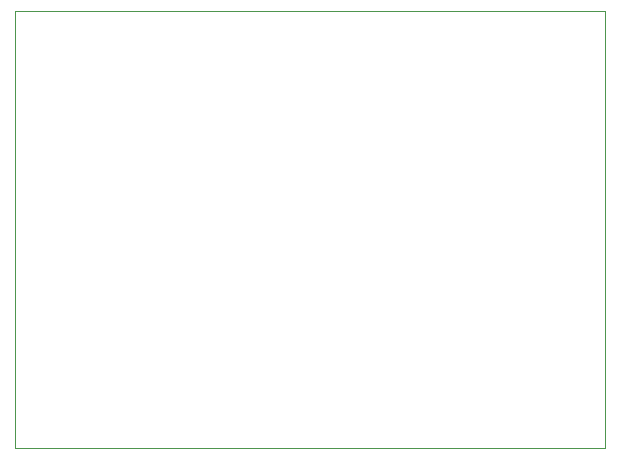
<source format=gtp>
G75*
G70*
%OFA0B0*%
%FSLAX24Y24*%
%IPPOS*%
%LPD*%
%AMOC8*
5,1,8,0,0,1.08239X$1,22.5*
%
%ADD10C,0.0000*%
D10*
X001774Y000181D02*
X001774Y014748D01*
X021459Y014748D01*
X021459Y000181D01*
X001774Y000181D01*
M02*

</source>
